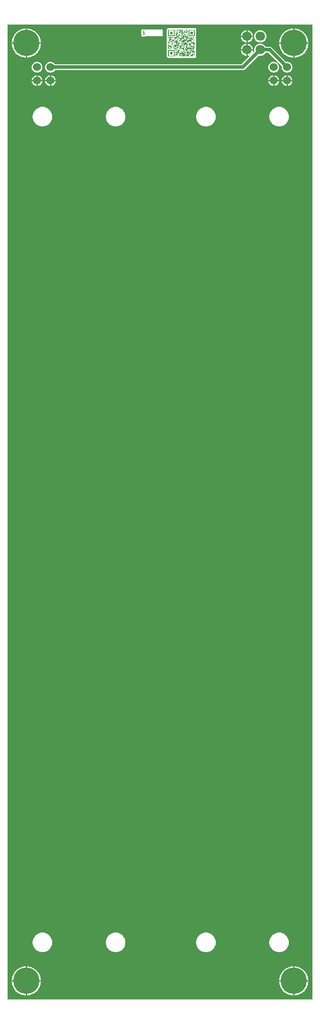
<source format=gtl>
G04 Layer: TopLayer*
G04 EasyEDA v6.5.29, 2023-07-09 11:22:14*
G04 34a5644dc25c44e99f5b06bf355c49f1,5a6b42c53f6a479593ecc07194224c93,10*
G04 Gerber Generator version 0.2*
G04 Scale: 100 percent, Rotated: No, Reflected: No *
G04 Dimensions in millimeters *
G04 leading zeros omitted , absolute positions ,4 integer and 5 decimal *
%FSLAX45Y45*%
%MOMM*%

%ADD10C,0.1524*%
%ADD11C,0.6350*%
%ADD12C,5.0000*%
%ADD13C,1.5240*%
%ADD14C,1.8000*%
%ADD15C,0.0118*%

%LPD*%
G36*
X36068Y25908D02*
G01*
X32156Y26670D01*
X28905Y28905D01*
X26670Y32156D01*
X25908Y36068D01*
X25908Y18505881D01*
X26670Y18509792D01*
X28905Y18513094D01*
X32156Y18515279D01*
X36068Y18516041D01*
X2555240Y18516041D01*
X2559151Y18515279D01*
X2562402Y18513094D01*
X2564638Y18509792D01*
X2565400Y18505881D01*
X2566162Y18509792D01*
X2568397Y18513094D01*
X2571648Y18515279D01*
X2575560Y18516041D01*
X3050540Y18516041D01*
X3054451Y18515279D01*
X3057702Y18513094D01*
X3059938Y18509792D01*
X3060700Y18505881D01*
X3061462Y18509792D01*
X3063697Y18513094D01*
X3066948Y18515279D01*
X3070860Y18516041D01*
X5805932Y18516041D01*
X5809792Y18515279D01*
X5813094Y18513094D01*
X5815330Y18509792D01*
X5816092Y18505881D01*
X5816092Y36068D01*
X5815330Y32156D01*
X5813094Y28905D01*
X5809792Y26670D01*
X5805932Y25908D01*
G37*

%LPC*%
G36*
X587603Y17601742D02*
G01*
X601167Y17603114D01*
X614426Y17606264D01*
X627126Y17611140D01*
X639114Y17617694D01*
X650087Y17625822D01*
X659892Y17635270D01*
X668324Y17645989D01*
X675284Y17657724D01*
X680618Y17670272D01*
X684225Y17683429D01*
X686054Y17696942D01*
X686054Y17710607D01*
X684225Y17724120D01*
X680618Y17737226D01*
X675284Y17749824D01*
X668324Y17761559D01*
X659892Y17772227D01*
X650087Y17781727D01*
X639114Y17789804D01*
X627126Y17796357D01*
X614426Y17801285D01*
X601167Y17804434D01*
X587603Y17805806D01*
X573938Y17805349D01*
X560527Y17803063D01*
X547471Y17799050D01*
X535127Y17793309D01*
X523646Y17785943D01*
X513232Y17777155D01*
X504088Y17767046D01*
X496366Y17755768D01*
X490220Y17743627D01*
X485698Y17730724D01*
X483006Y17717363D01*
X482092Y17703749D01*
X483006Y17690134D01*
X485698Y17676774D01*
X490220Y17663922D01*
X496366Y17651730D01*
X504088Y17640503D01*
X513232Y17630394D01*
X523646Y17621554D01*
X535127Y17614239D01*
X547471Y17608499D01*
X560527Y17604435D01*
X573938Y17602200D01*
G37*
G36*
X393700Y105511D02*
G01*
X398322Y105613D01*
X421284Y108000D01*
X443992Y112369D01*
X466242Y118567D01*
X487883Y126644D01*
X508812Y136448D01*
X528828Y148031D01*
X547776Y161188D01*
X565607Y175920D01*
X582117Y192074D01*
X597204Y209600D01*
X610768Y228295D01*
X622757Y248056D01*
X633018Y268732D01*
X641553Y290220D01*
X648208Y312369D01*
X653034Y334975D01*
X655929Y357886D01*
X656336Y368249D01*
X393700Y368249D01*
G37*
G36*
X5448300Y105562D02*
G01*
X5448300Y368249D01*
X5185410Y368249D01*
X5187238Y346405D01*
X5191099Y323596D01*
X5196840Y301244D01*
X5204460Y279400D01*
X5213858Y258267D01*
X5224983Y238048D01*
X5237784Y218795D01*
X5252110Y200710D01*
X5267960Y183845D01*
X5285130Y168402D01*
X5303520Y154432D01*
X5323027Y142036D01*
X5343499Y131318D01*
X5364835Y122377D01*
X5386781Y115214D01*
X5409285Y109931D01*
X5432145Y106578D01*
G37*
G36*
X368300Y105562D02*
G01*
X368300Y368249D01*
X105410Y368249D01*
X107238Y346405D01*
X111099Y323596D01*
X116839Y301244D01*
X124460Y279400D01*
X133858Y258267D01*
X144983Y238048D01*
X157784Y218795D01*
X172110Y200710D01*
X187960Y183845D01*
X205130Y168402D01*
X223520Y154432D01*
X243027Y142036D01*
X263499Y131318D01*
X284835Y122377D01*
X306781Y115214D01*
X329285Y109931D01*
X352145Y106578D01*
G37*
G36*
X393700Y393649D02*
G01*
X656336Y393649D01*
X655929Y404063D01*
X653034Y426974D01*
X648208Y449580D01*
X641553Y471678D01*
X633018Y493166D01*
X622757Y513892D01*
X610768Y533654D01*
X597204Y552348D01*
X582117Y569823D01*
X565607Y585978D01*
X547776Y600710D01*
X528828Y613918D01*
X508812Y625449D01*
X487883Y635304D01*
X466242Y643382D01*
X443992Y649579D01*
X421284Y653897D01*
X398322Y656336D01*
X393700Y656437D01*
G37*
G36*
X5473700Y393649D02*
G01*
X5736336Y393649D01*
X5735929Y404063D01*
X5733034Y426974D01*
X5728208Y449580D01*
X5721553Y471678D01*
X5713018Y493166D01*
X5702757Y513892D01*
X5690768Y533654D01*
X5677204Y552348D01*
X5662117Y569823D01*
X5645607Y585978D01*
X5627776Y600710D01*
X5608828Y613918D01*
X5588812Y625449D01*
X5567883Y635304D01*
X5546242Y643382D01*
X5523992Y649579D01*
X5501284Y653897D01*
X5478322Y656336D01*
X5473700Y656437D01*
G37*
G36*
X5185410Y393649D02*
G01*
X5448300Y393649D01*
X5448300Y656386D01*
X5432145Y655370D01*
X5409285Y651967D01*
X5386781Y646684D01*
X5364835Y639572D01*
X5343499Y630580D01*
X5323027Y619912D01*
X5303520Y607517D01*
X5285130Y593547D01*
X5267960Y578104D01*
X5252110Y561238D01*
X5237784Y543153D01*
X5224983Y523900D01*
X5213858Y503631D01*
X5204460Y482549D01*
X5196840Y460705D01*
X5191099Y438302D01*
X5187238Y415543D01*
G37*
G36*
X105410Y393649D02*
G01*
X368300Y393649D01*
X368300Y656386D01*
X352145Y655370D01*
X329285Y651967D01*
X306781Y646684D01*
X284835Y639572D01*
X263499Y630580D01*
X243027Y619912D01*
X223520Y607517D01*
X205130Y593547D01*
X187960Y578104D01*
X172110Y561238D01*
X157784Y543153D01*
X144983Y523900D01*
X133858Y503631D01*
X124460Y482549D01*
X116839Y460705D01*
X111099Y438302D01*
X107238Y415543D01*
G37*
G36*
X3784193Y925779D02*
G01*
X3803040Y925779D01*
X3821785Y927658D01*
X3840226Y931468D01*
X3858158Y937107D01*
X3875481Y944524D01*
X3891940Y953668D01*
X3907383Y964437D01*
X3921709Y976680D01*
X3934663Y990346D01*
X3946194Y1005230D01*
X3956151Y1021232D01*
X3964432Y1038098D01*
X3970985Y1055776D01*
X3975709Y1074013D01*
X3978554Y1092606D01*
X3979519Y1111402D01*
X3978554Y1130249D01*
X3975709Y1148842D01*
X3970985Y1167079D01*
X3964432Y1184757D01*
X3956151Y1201623D01*
X3946194Y1217625D01*
X3934663Y1232509D01*
X3921709Y1246174D01*
X3907383Y1258417D01*
X3891940Y1269187D01*
X3875481Y1278331D01*
X3858158Y1285748D01*
X3840226Y1291386D01*
X3821785Y1295196D01*
X3803040Y1297076D01*
X3784193Y1297076D01*
X3765448Y1295196D01*
X3747008Y1291386D01*
X3729075Y1285748D01*
X3711752Y1278331D01*
X3695293Y1269187D01*
X3679850Y1258417D01*
X3665524Y1246174D01*
X3652570Y1232509D01*
X3641039Y1217625D01*
X3631082Y1201623D01*
X3622801Y1184757D01*
X3616248Y1167079D01*
X3611524Y1148842D01*
X3608679Y1130249D01*
X3607714Y1111402D01*
X3608679Y1092606D01*
X3611524Y1074013D01*
X3616248Y1055776D01*
X3622801Y1038098D01*
X3631082Y1021232D01*
X3641039Y1005230D01*
X3652570Y990346D01*
X3665524Y976680D01*
X3679850Y964437D01*
X3695293Y953668D01*
X3711752Y944524D01*
X3729075Y937107D01*
X3747008Y931468D01*
X3765448Y927658D01*
G37*
G36*
X5174183Y925779D02*
G01*
X5193030Y925779D01*
X5211775Y927658D01*
X5230215Y931468D01*
X5248148Y937107D01*
X5265470Y944524D01*
X5281930Y953668D01*
X5297373Y964437D01*
X5311698Y976680D01*
X5324652Y990346D01*
X5336184Y1005230D01*
X5346141Y1021232D01*
X5354421Y1038098D01*
X5360974Y1055776D01*
X5365699Y1074013D01*
X5368544Y1092606D01*
X5369509Y1111402D01*
X5368544Y1130249D01*
X5365699Y1148842D01*
X5360974Y1167079D01*
X5354421Y1184757D01*
X5346141Y1201623D01*
X5336184Y1217625D01*
X5324652Y1232509D01*
X5311698Y1246174D01*
X5297373Y1258417D01*
X5281930Y1269187D01*
X5265470Y1278331D01*
X5248148Y1285748D01*
X5230215Y1291386D01*
X5211775Y1295196D01*
X5193030Y1297076D01*
X5174183Y1297076D01*
X5155438Y1295196D01*
X5136997Y1291386D01*
X5119065Y1285748D01*
X5101742Y1278331D01*
X5085283Y1269187D01*
X5069840Y1258417D01*
X5055514Y1246174D01*
X5042560Y1232509D01*
X5031028Y1217625D01*
X5021072Y1201623D01*
X5012791Y1184757D01*
X5006238Y1167079D01*
X5001514Y1148842D01*
X4998669Y1130249D01*
X4997704Y1111402D01*
X4998669Y1092606D01*
X5001514Y1074013D01*
X5006238Y1055776D01*
X5012791Y1038098D01*
X5021072Y1021232D01*
X5031028Y1005230D01*
X5042560Y990346D01*
X5055514Y976680D01*
X5069840Y964437D01*
X5085283Y953668D01*
X5101742Y944524D01*
X5119065Y937107D01*
X5136997Y931468D01*
X5155438Y927658D01*
G37*
G36*
X2068372Y925779D02*
G01*
X2087219Y925779D01*
X2105964Y927658D01*
X2124405Y931468D01*
X2142337Y937107D01*
X2159660Y944524D01*
X2176119Y953668D01*
X2191562Y964437D01*
X2205888Y976680D01*
X2218842Y990346D01*
X2230374Y1005230D01*
X2240330Y1021232D01*
X2248611Y1038098D01*
X2255164Y1055776D01*
X2259888Y1074013D01*
X2262733Y1092606D01*
X2263698Y1111402D01*
X2262733Y1130249D01*
X2259888Y1148842D01*
X2255164Y1167079D01*
X2248611Y1184757D01*
X2240330Y1201623D01*
X2230374Y1217625D01*
X2218842Y1232509D01*
X2205888Y1246174D01*
X2191562Y1258417D01*
X2176119Y1269187D01*
X2159660Y1278331D01*
X2142337Y1285748D01*
X2124405Y1291386D01*
X2105964Y1295196D01*
X2087219Y1297076D01*
X2068372Y1297076D01*
X2049627Y1295196D01*
X2031187Y1291386D01*
X2013254Y1285748D01*
X1995932Y1278331D01*
X1979472Y1269187D01*
X1964029Y1258417D01*
X1949704Y1246174D01*
X1936750Y1232509D01*
X1925218Y1217625D01*
X1915261Y1201623D01*
X1906981Y1184757D01*
X1900428Y1167079D01*
X1895703Y1148842D01*
X1892858Y1130249D01*
X1891893Y1111402D01*
X1892858Y1092606D01*
X1895703Y1074013D01*
X1900428Y1055776D01*
X1906981Y1038098D01*
X1915261Y1021232D01*
X1925218Y1005230D01*
X1936750Y990346D01*
X1949704Y976680D01*
X1964029Y964437D01*
X1979472Y953668D01*
X1995932Y944524D01*
X2013254Y937107D01*
X2031187Y931468D01*
X2049627Y927658D01*
G37*
G36*
X678383Y925779D02*
G01*
X697230Y925779D01*
X715975Y927658D01*
X734415Y931468D01*
X752348Y937107D01*
X769670Y944524D01*
X786130Y953668D01*
X801573Y964437D01*
X815898Y976680D01*
X828852Y990346D01*
X840384Y1005230D01*
X850341Y1021232D01*
X858621Y1038098D01*
X865174Y1055776D01*
X869899Y1074013D01*
X872744Y1092606D01*
X873709Y1111402D01*
X872744Y1130249D01*
X869899Y1148842D01*
X865174Y1167079D01*
X858621Y1184757D01*
X850341Y1201623D01*
X840384Y1217625D01*
X828852Y1232509D01*
X815898Y1246174D01*
X801573Y1258417D01*
X786130Y1269187D01*
X769670Y1278331D01*
X752348Y1285748D01*
X734415Y1291386D01*
X715975Y1295196D01*
X697230Y1297076D01*
X678383Y1297076D01*
X659638Y1295196D01*
X641197Y1291386D01*
X623265Y1285748D01*
X605942Y1278331D01*
X589483Y1269187D01*
X574040Y1258417D01*
X559714Y1246174D01*
X546760Y1232509D01*
X535228Y1217625D01*
X525272Y1201623D01*
X516991Y1184757D01*
X510438Y1167079D01*
X505714Y1148842D01*
X502869Y1130249D01*
X501904Y1111402D01*
X502869Y1092606D01*
X505714Y1074013D01*
X510438Y1055776D01*
X516991Y1038098D01*
X525272Y1021232D01*
X535228Y1005230D01*
X546760Y990346D01*
X559714Y976680D01*
X574040Y964437D01*
X589483Y953668D01*
X605942Y944524D01*
X623265Y937107D01*
X641197Y931468D01*
X659638Y927658D01*
G37*
G36*
X3784193Y16580713D02*
G01*
X3803040Y16580713D01*
X3821785Y16582644D01*
X3840226Y16586403D01*
X3858158Y16592042D01*
X3875481Y16599509D01*
X3891940Y16608653D01*
X3907383Y16619372D01*
X3921709Y16631666D01*
X3934663Y16645280D01*
X3946194Y16660215D01*
X3956151Y16676166D01*
X3964432Y16693083D01*
X3970985Y16710761D01*
X3975709Y16728948D01*
X3978554Y16747591D01*
X3979519Y16766387D01*
X3978554Y16785183D01*
X3975709Y16803827D01*
X3970985Y16822013D01*
X3964432Y16839692D01*
X3956151Y16856608D01*
X3946194Y16872559D01*
X3934663Y16887494D01*
X3921709Y16901109D01*
X3907383Y16913402D01*
X3891940Y16924121D01*
X3875481Y16933265D01*
X3858158Y16940733D01*
X3840226Y16946372D01*
X3821785Y16950131D01*
X3803040Y16952061D01*
X3784193Y16952061D01*
X3765448Y16950131D01*
X3747008Y16946372D01*
X3729075Y16940733D01*
X3711752Y16933265D01*
X3695293Y16924121D01*
X3679850Y16913402D01*
X3665524Y16901109D01*
X3652570Y16887494D01*
X3641039Y16872559D01*
X3631082Y16856608D01*
X3622801Y16839692D01*
X3616248Y16822013D01*
X3611524Y16803827D01*
X3608679Y16785183D01*
X3607714Y16766387D01*
X3608679Y16747591D01*
X3611524Y16728948D01*
X3616248Y16710761D01*
X3622801Y16693083D01*
X3631082Y16676166D01*
X3641039Y16660215D01*
X3652570Y16645280D01*
X3665524Y16631666D01*
X3679850Y16619372D01*
X3695293Y16608653D01*
X3711752Y16599509D01*
X3729075Y16592042D01*
X3747008Y16586403D01*
X3765448Y16582644D01*
G37*
G36*
X5174183Y16580713D02*
G01*
X5193030Y16580713D01*
X5211775Y16582644D01*
X5230215Y16586403D01*
X5248148Y16592042D01*
X5265470Y16599509D01*
X5281930Y16608653D01*
X5297373Y16619372D01*
X5311698Y16631666D01*
X5324652Y16645280D01*
X5336184Y16660215D01*
X5346141Y16676166D01*
X5354421Y16693083D01*
X5360974Y16710761D01*
X5365699Y16728948D01*
X5368544Y16747591D01*
X5369509Y16766387D01*
X5368544Y16785183D01*
X5365699Y16803827D01*
X5360974Y16822013D01*
X5354421Y16839692D01*
X5346141Y16856608D01*
X5336184Y16872559D01*
X5324652Y16887494D01*
X5311698Y16901109D01*
X5297373Y16913402D01*
X5281930Y16924121D01*
X5265470Y16933265D01*
X5248148Y16940733D01*
X5230215Y16946372D01*
X5211775Y16950131D01*
X5193030Y16952061D01*
X5174183Y16952061D01*
X5155438Y16950131D01*
X5136997Y16946372D01*
X5119065Y16940733D01*
X5101742Y16933265D01*
X5085283Y16924121D01*
X5069840Y16913402D01*
X5055514Y16901109D01*
X5042560Y16887494D01*
X5031028Y16872559D01*
X5021072Y16856608D01*
X5012791Y16839692D01*
X5006238Y16822013D01*
X5001514Y16803827D01*
X4998669Y16785183D01*
X4997704Y16766387D01*
X4998669Y16747591D01*
X5001514Y16728948D01*
X5006238Y16710761D01*
X5012791Y16693083D01*
X5021072Y16676166D01*
X5031028Y16660215D01*
X5042560Y16645280D01*
X5055514Y16631666D01*
X5069840Y16619372D01*
X5085283Y16608653D01*
X5101742Y16599509D01*
X5119065Y16592042D01*
X5136997Y16586403D01*
X5155438Y16582644D01*
G37*
G36*
X2068372Y16580713D02*
G01*
X2087219Y16580713D01*
X2105964Y16582644D01*
X2124405Y16586403D01*
X2142337Y16592042D01*
X2159660Y16599509D01*
X2176119Y16608653D01*
X2191562Y16619372D01*
X2205888Y16631666D01*
X2218842Y16645280D01*
X2230374Y16660215D01*
X2240330Y16676166D01*
X2248611Y16693083D01*
X2255164Y16710761D01*
X2259888Y16728948D01*
X2262733Y16747591D01*
X2263698Y16766387D01*
X2262733Y16785183D01*
X2259888Y16803827D01*
X2255164Y16822013D01*
X2248611Y16839692D01*
X2240330Y16856608D01*
X2230374Y16872559D01*
X2218842Y16887494D01*
X2205888Y16901109D01*
X2191562Y16913402D01*
X2176119Y16924121D01*
X2159660Y16933265D01*
X2142337Y16940733D01*
X2124405Y16946372D01*
X2105964Y16950131D01*
X2087219Y16952061D01*
X2068372Y16952061D01*
X2049627Y16950131D01*
X2031187Y16946372D01*
X2013254Y16940733D01*
X1995932Y16933265D01*
X1979472Y16924121D01*
X1964029Y16913402D01*
X1949704Y16901109D01*
X1936750Y16887494D01*
X1925218Y16872559D01*
X1915261Y16856608D01*
X1906981Y16839692D01*
X1900428Y16822013D01*
X1895703Y16803827D01*
X1892858Y16785183D01*
X1891893Y16766387D01*
X1892858Y16747591D01*
X1895703Y16728948D01*
X1900428Y16710761D01*
X1906981Y16693083D01*
X1915261Y16676166D01*
X1925218Y16660215D01*
X1936750Y16645280D01*
X1949704Y16631666D01*
X1964029Y16619372D01*
X1979472Y16608653D01*
X1995932Y16599509D01*
X2013254Y16592042D01*
X2031187Y16586403D01*
X2049627Y16582644D01*
G37*
G36*
X678383Y16580713D02*
G01*
X697230Y16580713D01*
X715975Y16582644D01*
X734415Y16586403D01*
X752348Y16592042D01*
X769670Y16599509D01*
X786130Y16608653D01*
X801573Y16619372D01*
X815898Y16631666D01*
X828852Y16645280D01*
X840384Y16660215D01*
X850341Y16676166D01*
X858621Y16693083D01*
X865174Y16710761D01*
X869899Y16728948D01*
X872744Y16747591D01*
X873709Y16766387D01*
X872744Y16785183D01*
X869899Y16803827D01*
X865174Y16822013D01*
X858621Y16839692D01*
X850341Y16856608D01*
X840384Y16872559D01*
X828852Y16887494D01*
X815898Y16901109D01*
X801573Y16913402D01*
X786130Y16924121D01*
X769670Y16933265D01*
X752348Y16940733D01*
X734415Y16946372D01*
X715975Y16950131D01*
X697230Y16952061D01*
X678383Y16952061D01*
X659638Y16950131D01*
X641197Y16946372D01*
X623265Y16940733D01*
X605942Y16933265D01*
X589483Y16924121D01*
X574040Y16913402D01*
X559714Y16901109D01*
X546760Y16887494D01*
X535228Y16872559D01*
X525272Y16856608D01*
X516991Y16839692D01*
X510438Y16822013D01*
X505714Y16803827D01*
X502869Y16785183D01*
X501904Y16766387D01*
X502869Y16747591D01*
X505714Y16728948D01*
X510438Y16710761D01*
X516991Y16693083D01*
X525272Y16676166D01*
X535228Y16660215D01*
X546760Y16645280D01*
X559714Y16631666D01*
X574040Y16619372D01*
X589483Y16608653D01*
X605942Y16599509D01*
X623265Y16592042D01*
X641197Y16586403D01*
X659638Y16582644D01*
G37*
G36*
X825500Y17348606D02*
G01*
X825500Y17437049D01*
X736955Y17437049D01*
X739698Y17422774D01*
X744220Y17409922D01*
X750366Y17397730D01*
X758088Y17386503D01*
X767232Y17376394D01*
X777646Y17367554D01*
X789127Y17360239D01*
X801471Y17354499D01*
X814527Y17350435D01*
G37*
G36*
X571500Y17348606D02*
G01*
X571500Y17437049D01*
X482955Y17437049D01*
X485698Y17422774D01*
X490220Y17409922D01*
X496366Y17397730D01*
X504088Y17386503D01*
X513232Y17376394D01*
X523646Y17367554D01*
X535127Y17360239D01*
X547471Y17354499D01*
X560527Y17350435D01*
G37*
G36*
X5067300Y17348606D02*
G01*
X5067300Y17437049D01*
X4978755Y17437049D01*
X4981498Y17422774D01*
X4986020Y17409922D01*
X4992166Y17397730D01*
X4999888Y17386503D01*
X5009032Y17376394D01*
X5019446Y17367554D01*
X5030927Y17360239D01*
X5043271Y17354499D01*
X5056327Y17350435D01*
G37*
G36*
X5321300Y17348606D02*
G01*
X5321300Y17437049D01*
X5232755Y17437049D01*
X5235498Y17422774D01*
X5240020Y17409922D01*
X5246166Y17397730D01*
X5253888Y17386503D01*
X5263032Y17376394D01*
X5273446Y17367554D01*
X5284927Y17360239D01*
X5297271Y17354499D01*
X5310327Y17350435D01*
G37*
G36*
X596900Y17348657D02*
G01*
X601167Y17349114D01*
X614426Y17352264D01*
X627126Y17357140D01*
X639114Y17363694D01*
X650087Y17371822D01*
X659892Y17381270D01*
X668324Y17391989D01*
X675284Y17403724D01*
X680618Y17416272D01*
X684225Y17429429D01*
X685241Y17437049D01*
X596900Y17437049D01*
G37*
G36*
X850900Y17348657D02*
G01*
X855167Y17349114D01*
X868426Y17352264D01*
X881126Y17357140D01*
X893114Y17363694D01*
X904087Y17371822D01*
X913892Y17381270D01*
X922324Y17391989D01*
X929284Y17403724D01*
X934618Y17416272D01*
X938225Y17429429D01*
X939241Y17437049D01*
X850900Y17437049D01*
G37*
G36*
X5092700Y17348657D02*
G01*
X5096967Y17349114D01*
X5110226Y17352264D01*
X5122926Y17357140D01*
X5134914Y17363694D01*
X5145887Y17371822D01*
X5155692Y17381270D01*
X5164124Y17391989D01*
X5171084Y17403724D01*
X5176418Y17416272D01*
X5180025Y17429429D01*
X5181041Y17437049D01*
X5092700Y17437049D01*
G37*
G36*
X5346700Y17348657D02*
G01*
X5350967Y17349114D01*
X5364226Y17352264D01*
X5376926Y17357140D01*
X5388914Y17363694D01*
X5399887Y17371822D01*
X5409692Y17381270D01*
X5418124Y17391989D01*
X5425084Y17403724D01*
X5430418Y17416272D01*
X5434025Y17429429D01*
X5435041Y17437049D01*
X5346700Y17437049D01*
G37*
G36*
X850900Y17462449D02*
G01*
X939241Y17462449D01*
X938225Y17470120D01*
X934618Y17483226D01*
X929284Y17495824D01*
X922324Y17507559D01*
X913892Y17518227D01*
X904087Y17527727D01*
X893114Y17535804D01*
X881126Y17542357D01*
X868426Y17547285D01*
X855167Y17550434D01*
X850900Y17550841D01*
G37*
G36*
X596900Y17462449D02*
G01*
X685241Y17462449D01*
X684225Y17470120D01*
X680618Y17483226D01*
X675284Y17495824D01*
X668324Y17507559D01*
X659892Y17518227D01*
X650087Y17527727D01*
X639114Y17535804D01*
X627126Y17542357D01*
X614426Y17547285D01*
X601167Y17550434D01*
X596900Y17550841D01*
G37*
G36*
X5346700Y17462449D02*
G01*
X5435041Y17462449D01*
X5434025Y17470120D01*
X5430418Y17483226D01*
X5425084Y17495824D01*
X5418124Y17507559D01*
X5409692Y17518227D01*
X5399887Y17527727D01*
X5388914Y17535804D01*
X5376926Y17542357D01*
X5364226Y17547285D01*
X5350967Y17550434D01*
X5346700Y17550841D01*
G37*
G36*
X5092700Y17462449D02*
G01*
X5181041Y17462449D01*
X5180025Y17470120D01*
X5176418Y17483226D01*
X5171084Y17495824D01*
X5164124Y17507559D01*
X5155692Y17518227D01*
X5145887Y17527727D01*
X5134914Y17535804D01*
X5122926Y17542357D01*
X5110226Y17547285D01*
X5096967Y17550434D01*
X5092700Y17550841D01*
G37*
G36*
X482955Y17462449D02*
G01*
X571500Y17462449D01*
X571500Y17550942D01*
X560527Y17549063D01*
X547471Y17545050D01*
X535127Y17539309D01*
X523646Y17531943D01*
X513232Y17523155D01*
X504088Y17513046D01*
X496366Y17501768D01*
X490220Y17489627D01*
X485698Y17476724D01*
G37*
G36*
X736955Y17462449D02*
G01*
X825500Y17462449D01*
X825500Y17550942D01*
X814527Y17549063D01*
X801471Y17545050D01*
X789127Y17539309D01*
X777646Y17531943D01*
X767232Y17523155D01*
X758088Y17513046D01*
X750366Y17501768D01*
X744220Y17489627D01*
X739698Y17476724D01*
G37*
G36*
X4978755Y17462449D02*
G01*
X5067300Y17462449D01*
X5067300Y17550942D01*
X5056327Y17549063D01*
X5043271Y17545050D01*
X5030927Y17539309D01*
X5019446Y17531943D01*
X5009032Y17523155D01*
X4999888Y17513046D01*
X4992166Y17501768D01*
X4986020Y17489627D01*
X4981498Y17476724D01*
G37*
G36*
X5232755Y17462449D02*
G01*
X5321300Y17462449D01*
X5321300Y17550942D01*
X5310327Y17549063D01*
X5297271Y17545050D01*
X5284927Y17539309D01*
X5273446Y17531943D01*
X5263032Y17523155D01*
X5253888Y17513046D01*
X5246166Y17501768D01*
X5240020Y17489627D01*
X5235498Y17476724D01*
G37*
G36*
X5473700Y105511D02*
G01*
X5478322Y105613D01*
X5501284Y108000D01*
X5523992Y112369D01*
X5546242Y118567D01*
X5567883Y126644D01*
X5588812Y136448D01*
X5608828Y148031D01*
X5627776Y161188D01*
X5645607Y175920D01*
X5662117Y192074D01*
X5677204Y209600D01*
X5690768Y228295D01*
X5702757Y248056D01*
X5713018Y268732D01*
X5721553Y290220D01*
X5728208Y312369D01*
X5733034Y334975D01*
X5735929Y357886D01*
X5736336Y368249D01*
X5473700Y368249D01*
G37*
G36*
X5083403Y17601742D02*
G01*
X5096967Y17603114D01*
X5110226Y17606264D01*
X5122926Y17611140D01*
X5134914Y17617694D01*
X5145887Y17625822D01*
X5155692Y17635270D01*
X5164124Y17645989D01*
X5171084Y17657724D01*
X5176418Y17670272D01*
X5180025Y17683429D01*
X5181854Y17696942D01*
X5181854Y17710607D01*
X5180025Y17724120D01*
X5176418Y17737226D01*
X5171084Y17749824D01*
X5164124Y17761559D01*
X5156860Y17770754D01*
X5154980Y17774666D01*
X5154879Y17779034D01*
X5154422Y17779796D01*
X5150104Y17779746D01*
X5146192Y17781524D01*
X5134914Y17789804D01*
X5122926Y17796357D01*
X5110226Y17801285D01*
X5096967Y17804434D01*
X5083403Y17805806D01*
X5069738Y17805349D01*
X5056327Y17803063D01*
X5043271Y17799050D01*
X5030927Y17793309D01*
X5019446Y17785943D01*
X5009032Y17777155D01*
X4999888Y17767046D01*
X4992166Y17755768D01*
X4986020Y17743627D01*
X4981498Y17730724D01*
X4978806Y17717363D01*
X4977892Y17703749D01*
X4978806Y17690134D01*
X4981498Y17676774D01*
X4986020Y17663922D01*
X4992166Y17651730D01*
X4999888Y17640503D01*
X5009032Y17630394D01*
X5019446Y17621554D01*
X5030927Y17614239D01*
X5043271Y17608499D01*
X5056327Y17604435D01*
X5069738Y17602200D01*
G37*
G36*
X841603Y17601742D02*
G01*
X855167Y17603114D01*
X868426Y17606264D01*
X881126Y17611140D01*
X893114Y17617694D01*
X904087Y17625822D01*
X913892Y17635270D01*
X919378Y17642230D01*
X921613Y17644313D01*
X924356Y17645684D01*
X927353Y17646091D01*
X4495393Y17646091D01*
X4505299Y17646954D01*
X4514494Y17649291D01*
X4523232Y17653101D01*
X4531258Y17658384D01*
X4536795Y17663210D01*
X4791760Y17918226D01*
X4794605Y17920208D01*
X4798009Y17921122D01*
X4801463Y17920868D01*
X4804308Y17920157D01*
X4818735Y17918328D01*
X4833264Y17918328D01*
X4847691Y17920157D01*
X4861814Y17923764D01*
X4875326Y17929098D01*
X4888077Y17936108D01*
X4899863Y17944693D01*
X4910480Y17954650D01*
X4919776Y17965877D01*
X4923434Y17971617D01*
X4925669Y17974157D01*
X4928666Y17975783D01*
X4932019Y17976342D01*
X4975707Y17976342D01*
X4979619Y17975580D01*
X4982870Y17973344D01*
X5159400Y17796865D01*
X5161686Y17793258D01*
X5162346Y17788991D01*
X5161584Y17786451D01*
X5164023Y17787162D01*
X5168341Y17786604D01*
X5171998Y17784216D01*
X5229961Y17726304D01*
X5232298Y17722646D01*
X5232908Y17718379D01*
X5231892Y17703749D01*
X5232806Y17690134D01*
X5235498Y17676774D01*
X5240020Y17663922D01*
X5246166Y17651730D01*
X5253888Y17640503D01*
X5263032Y17630394D01*
X5273446Y17621554D01*
X5284927Y17614239D01*
X5297271Y17608499D01*
X5310327Y17604435D01*
X5323738Y17602200D01*
X5337403Y17601742D01*
X5350967Y17603114D01*
X5364226Y17606264D01*
X5376926Y17611140D01*
X5388914Y17617694D01*
X5399887Y17625822D01*
X5409692Y17635270D01*
X5418124Y17645989D01*
X5425084Y17657724D01*
X5430418Y17670272D01*
X5434025Y17683429D01*
X5435854Y17696942D01*
X5435854Y17710607D01*
X5434025Y17724120D01*
X5430418Y17737226D01*
X5425084Y17749824D01*
X5418124Y17761559D01*
X5409692Y17772227D01*
X5399887Y17781727D01*
X5388914Y17789804D01*
X5376926Y17796357D01*
X5364226Y17801285D01*
X5350967Y17804434D01*
X5337403Y17805806D01*
X5323738Y17805349D01*
X5320588Y17804790D01*
X5317388Y17804790D01*
X5314289Y17805755D01*
X5311698Y17807635D01*
X5044846Y18074487D01*
X5037277Y18080888D01*
X5029098Y18085765D01*
X5020259Y18089219D01*
X5010810Y18091200D01*
X5003495Y18091658D01*
X4931968Y18091658D01*
X4928616Y18092216D01*
X4925669Y18093842D01*
X4923383Y18096382D01*
X4919776Y18102072D01*
X4910480Y18113298D01*
X4899863Y18123255D01*
X4888077Y18131840D01*
X4875326Y18138851D01*
X4861814Y18144185D01*
X4847691Y18147792D01*
X4833264Y18149620D01*
X4818735Y18149620D01*
X4804308Y18147792D01*
X4790186Y18144185D01*
X4776673Y18138851D01*
X4763922Y18131840D01*
X4752136Y18123255D01*
X4741519Y18113298D01*
X4732223Y18102072D01*
X4724450Y18089829D01*
X4718253Y18076621D01*
X4713732Y18062803D01*
X4711039Y18048478D01*
X4710125Y18033949D01*
X4711039Y18019471D01*
X4713071Y18008854D01*
X4713122Y18005552D01*
X4712157Y18002453D01*
X4710226Y17999760D01*
X4699050Y17988584D01*
X4695291Y17986197D01*
X4690821Y17985638D01*
X4686554Y17987111D01*
X4683353Y17990210D01*
X4681829Y17994426D01*
X4682236Y17998897D01*
X4684268Y18005145D01*
X4686960Y18019471D01*
X4687112Y18021249D01*
X4584700Y18021249D01*
X4584700Y17918988D01*
X4593691Y17920157D01*
X4607407Y17923662D01*
X4611776Y17923814D01*
X4615789Y17922087D01*
X4618736Y17918836D01*
X4620056Y17914670D01*
X4619447Y17910302D01*
X4617110Y17906644D01*
X4474870Y17764404D01*
X4471619Y17762220D01*
X4467707Y17761407D01*
X927353Y17761407D01*
X924356Y17761864D01*
X921613Y17763236D01*
X919378Y17765318D01*
X913892Y17772227D01*
X904087Y17781727D01*
X893114Y17789804D01*
X881126Y17796357D01*
X868426Y17801285D01*
X855167Y17804434D01*
X841603Y17805806D01*
X827938Y17805349D01*
X814527Y17803063D01*
X801471Y17799050D01*
X789127Y17793309D01*
X777646Y17785943D01*
X767232Y17777155D01*
X758088Y17767046D01*
X750366Y17755768D01*
X744220Y17743627D01*
X739698Y17730724D01*
X737006Y17717363D01*
X736092Y17703749D01*
X737006Y17690134D01*
X739698Y17676774D01*
X744220Y17663922D01*
X750366Y17651730D01*
X758088Y17640503D01*
X767232Y17630394D01*
X777646Y17621554D01*
X789127Y17614239D01*
X801471Y17608499D01*
X814527Y17604435D01*
X827938Y17602200D01*
G37*
G36*
X4584700Y18300649D02*
G01*
X4687112Y18300649D01*
X4686960Y18302478D01*
X4684268Y18316803D01*
X4679746Y18330621D01*
X4673549Y18343829D01*
X4665776Y18356072D01*
X4656480Y18367298D01*
X4645863Y18377255D01*
X4634077Y18385840D01*
X4621326Y18392851D01*
X4607814Y18398185D01*
X4593691Y18401792D01*
X4584700Y18402960D01*
G37*
G36*
X4456887Y18300649D02*
G01*
X4559300Y18300649D01*
X4559300Y18402960D01*
X4550308Y18401792D01*
X4536186Y18398185D01*
X4522673Y18392851D01*
X4509922Y18385840D01*
X4498136Y18377255D01*
X4487519Y18367298D01*
X4478223Y18356072D01*
X4470450Y18343829D01*
X4464253Y18330621D01*
X4459732Y18316803D01*
X4457039Y18302478D01*
G37*
G36*
X2596438Y18283631D02*
G01*
X2626563Y18283631D01*
X2632862Y18284393D01*
X2641142Y18287593D01*
X2643936Y18287949D01*
X2970784Y18287949D01*
X2971800Y18288965D01*
X2971800Y18413984D01*
X2970784Y18414949D01*
X2639822Y18414949D01*
X2636469Y18415558D01*
X2632862Y18416778D01*
X2626563Y18417489D01*
X2596438Y18417489D01*
X2590139Y18416778D01*
X2586532Y18415558D01*
X2583180Y18414949D01*
X2575560Y18414949D01*
X2571648Y18415762D01*
X2568397Y18417946D01*
X2566162Y18421248D01*
X2565400Y18425109D01*
X2565400Y18288965D01*
X2566416Y18287949D01*
X2579065Y18287949D01*
X2581859Y18287593D01*
X2584653Y18286272D01*
X2590139Y18284393D01*
G37*
G36*
X5185410Y18173649D02*
G01*
X5448300Y18173649D01*
X5448300Y18436386D01*
X5432145Y18435370D01*
X5409285Y18431967D01*
X5386781Y18426734D01*
X5364835Y18419572D01*
X5343499Y18410631D01*
X5323027Y18399912D01*
X5303520Y18387517D01*
X5285130Y18373547D01*
X5267960Y18358104D01*
X5252110Y18341238D01*
X5237784Y18323153D01*
X5224983Y18303900D01*
X5213858Y18283631D01*
X5204460Y18262549D01*
X5196840Y18240705D01*
X5191099Y18218302D01*
X5187238Y18195544D01*
G37*
G36*
X105410Y18173649D02*
G01*
X368300Y18173649D01*
X368300Y18436386D01*
X352145Y18435370D01*
X329285Y18431967D01*
X306781Y18426734D01*
X284835Y18419572D01*
X263499Y18410631D01*
X243027Y18399912D01*
X223520Y18387517D01*
X205130Y18373547D01*
X187960Y18358104D01*
X172110Y18341238D01*
X157784Y18323153D01*
X144983Y18303900D01*
X133858Y18283631D01*
X124460Y18262549D01*
X116839Y18240705D01*
X111099Y18218302D01*
X107238Y18195544D01*
G37*
G36*
X3076905Y17881041D02*
G01*
X3583787Y17881041D01*
X3590086Y17881752D01*
X3595573Y17883682D01*
X3600450Y17886730D01*
X3604564Y17890845D01*
X3607612Y17895722D01*
X3609543Y17901208D01*
X3610254Y17907508D01*
X3610254Y18414390D01*
X3609543Y18420740D01*
X3607358Y18426938D01*
X3606800Y18430290D01*
X3606800Y18439384D01*
X3605784Y18440349D01*
X3587648Y18440450D01*
X3583787Y18440857D01*
X3076803Y18440857D01*
X3071774Y18440400D01*
X3067608Y18440908D01*
X3064002Y18443041D01*
X3061563Y18446445D01*
X3060700Y18450509D01*
X3060700Y18439841D01*
X3059938Y18435980D01*
X3057702Y18432678D01*
X3056128Y18431052D01*
X3053080Y18426176D01*
X3051149Y18420740D01*
X3050438Y18414390D01*
X3050438Y17907508D01*
X3051149Y17901208D01*
X3053080Y17895722D01*
X3056128Y17890845D01*
X3060242Y17886730D01*
X3065119Y17883682D01*
X3070606Y17881752D01*
G37*
G36*
X5473700Y17885511D02*
G01*
X5478322Y17885613D01*
X5501284Y17888000D01*
X5523992Y17892369D01*
X5546242Y17898567D01*
X5567883Y17906644D01*
X5588812Y17916448D01*
X5608828Y17928031D01*
X5627776Y17941188D01*
X5645607Y17955920D01*
X5662117Y17972125D01*
X5677204Y17989600D01*
X5690819Y18008295D01*
X5702757Y18028056D01*
X5713018Y18048732D01*
X5721553Y18070220D01*
X5728208Y18092369D01*
X5733034Y18114975D01*
X5735929Y18137886D01*
X5736336Y18148249D01*
X5473700Y18148249D01*
G37*
G36*
X393700Y17885511D02*
G01*
X398322Y17885613D01*
X421284Y17888000D01*
X443992Y17892369D01*
X466242Y17898567D01*
X487883Y17906644D01*
X508812Y17916448D01*
X528828Y17928031D01*
X547776Y17941188D01*
X565607Y17955920D01*
X582117Y17972125D01*
X597204Y17989600D01*
X610819Y18008295D01*
X622757Y18028056D01*
X633018Y18048732D01*
X641553Y18070220D01*
X648208Y18092369D01*
X653034Y18114975D01*
X655929Y18137886D01*
X656336Y18148249D01*
X393700Y18148249D01*
G37*
G36*
X5448300Y17885562D02*
G01*
X5448300Y18148249D01*
X5185410Y18148249D01*
X5187238Y18126405D01*
X5191099Y18103596D01*
X5196840Y18081244D01*
X5204460Y18059400D01*
X5213858Y18038267D01*
X5224983Y18018048D01*
X5237784Y17998795D01*
X5252110Y17980710D01*
X5267960Y17963845D01*
X5285130Y17948402D01*
X5303520Y17934432D01*
X5323027Y17922036D01*
X5343499Y17911318D01*
X5364835Y17902377D01*
X5386781Y17895214D01*
X5409285Y17889931D01*
X5432145Y17886578D01*
G37*
G36*
X368300Y17885562D02*
G01*
X368300Y18148249D01*
X105410Y18148249D01*
X107238Y18126405D01*
X111099Y18103596D01*
X116839Y18081244D01*
X124460Y18059400D01*
X133858Y18038267D01*
X144983Y18018048D01*
X157784Y17998795D01*
X172110Y17980710D01*
X187960Y17963845D01*
X205130Y17948402D01*
X223520Y17934432D01*
X243027Y17922036D01*
X263499Y17911318D01*
X284835Y17902377D01*
X306781Y17895214D01*
X329285Y17889931D01*
X352145Y17886578D01*
G37*
G36*
X393700Y18173649D02*
G01*
X656336Y18173649D01*
X655929Y18184063D01*
X653034Y18206974D01*
X648208Y18229580D01*
X641553Y18251728D01*
X633018Y18273217D01*
X622757Y18293892D01*
X610819Y18313654D01*
X597204Y18332348D01*
X582117Y18349823D01*
X565607Y18366028D01*
X547827Y18380760D01*
X528828Y18393918D01*
X508812Y18405500D01*
X487934Y18415304D01*
X466242Y18423382D01*
X443992Y18429579D01*
X421284Y18433897D01*
X398322Y18436336D01*
X393700Y18436437D01*
G37*
G36*
X4559300Y17918988D02*
G01*
X4559300Y18021249D01*
X4456887Y18021249D01*
X4457039Y18019471D01*
X4459732Y18005145D01*
X4464253Y17991328D01*
X4470450Y17978120D01*
X4478223Y17965877D01*
X4487519Y17954650D01*
X4498136Y17944693D01*
X4509922Y17936108D01*
X4522673Y17929098D01*
X4536186Y17923764D01*
X4550308Y17920157D01*
G37*
G36*
X5473700Y18173649D02*
G01*
X5736336Y18173649D01*
X5735929Y18184063D01*
X5733034Y18206974D01*
X5728208Y18229580D01*
X5721553Y18251728D01*
X5713018Y18273217D01*
X5702757Y18293892D01*
X5690819Y18313654D01*
X5677204Y18332348D01*
X5662117Y18349823D01*
X5645607Y18366028D01*
X5627827Y18380760D01*
X5608828Y18393918D01*
X5588812Y18405500D01*
X5567934Y18415304D01*
X5546242Y18423382D01*
X5523992Y18429579D01*
X5501284Y18433897D01*
X5478322Y18436336D01*
X5473700Y18436437D01*
G37*
G36*
X4584700Y18172988D02*
G01*
X4593691Y18174157D01*
X4607814Y18177764D01*
X4621326Y18183098D01*
X4634077Y18190108D01*
X4645863Y18198693D01*
X4656480Y18208650D01*
X4665776Y18219877D01*
X4673549Y18232120D01*
X4679746Y18245328D01*
X4684268Y18259145D01*
X4686960Y18273471D01*
X4687112Y18275249D01*
X4584700Y18275249D01*
G37*
G36*
X4456887Y18046649D02*
G01*
X4559300Y18046649D01*
X4559300Y18148960D01*
X4550308Y18147792D01*
X4536186Y18144185D01*
X4522673Y18138851D01*
X4509922Y18131840D01*
X4498136Y18123255D01*
X4487519Y18113298D01*
X4478223Y18102072D01*
X4470450Y18089829D01*
X4464253Y18076621D01*
X4459732Y18062803D01*
X4457039Y18048478D01*
G37*
G36*
X4584700Y18046649D02*
G01*
X4687112Y18046649D01*
X4686960Y18048478D01*
X4684268Y18062803D01*
X4679746Y18076621D01*
X4673549Y18089829D01*
X4665776Y18102072D01*
X4656480Y18113298D01*
X4645863Y18123255D01*
X4634077Y18131840D01*
X4621326Y18138851D01*
X4607814Y18144185D01*
X4593691Y18147792D01*
X4584700Y18148960D01*
G37*
G36*
X4818735Y18172328D02*
G01*
X4833264Y18172328D01*
X4847691Y18174157D01*
X4861814Y18177764D01*
X4875326Y18183098D01*
X4888077Y18190108D01*
X4899863Y18198693D01*
X4910480Y18208650D01*
X4919776Y18219877D01*
X4927549Y18232120D01*
X4933746Y18245328D01*
X4938268Y18259145D01*
X4940960Y18273471D01*
X4941874Y18287949D01*
X4940960Y18302478D01*
X4938268Y18316803D01*
X4933746Y18330621D01*
X4927549Y18343829D01*
X4919776Y18356072D01*
X4910480Y18367298D01*
X4899863Y18377255D01*
X4888077Y18385840D01*
X4875326Y18392851D01*
X4861814Y18398185D01*
X4847691Y18401792D01*
X4833264Y18403620D01*
X4818735Y18403620D01*
X4804308Y18401792D01*
X4790186Y18398185D01*
X4776673Y18392851D01*
X4763922Y18385840D01*
X4752136Y18377255D01*
X4741519Y18367298D01*
X4732223Y18356072D01*
X4724450Y18343829D01*
X4718253Y18330621D01*
X4713732Y18316803D01*
X4711039Y18302478D01*
X4710125Y18287949D01*
X4711039Y18273471D01*
X4713732Y18259145D01*
X4718253Y18245328D01*
X4724450Y18232120D01*
X4732223Y18219877D01*
X4741519Y18208650D01*
X4752136Y18198693D01*
X4763922Y18190108D01*
X4776673Y18183098D01*
X4790186Y18177764D01*
X4804308Y18174157D01*
G37*
G36*
X4559300Y18172988D02*
G01*
X4559300Y18275249D01*
X4456887Y18275249D01*
X4457039Y18273471D01*
X4459732Y18259145D01*
X4464253Y18245328D01*
X4470450Y18232120D01*
X4478223Y18219877D01*
X4487519Y18208650D01*
X4498136Y18198693D01*
X4509922Y18190108D01*
X4522673Y18183098D01*
X4536186Y18177764D01*
X4550308Y18174157D01*
G37*

%LPD*%
G36*
X3251200Y18414949D02*
G01*
X3251200Y18380100D01*
X3267760Y18380100D01*
X3267760Y18414949D01*
G37*
G36*
X3286150Y18414949D02*
G01*
X3286150Y18396610D01*
X3302762Y18396610D01*
X3302762Y18380100D01*
X3339541Y18380100D01*
X3339541Y18363590D01*
X3321151Y18363590D01*
X3321151Y18380100D01*
X3286150Y18380100D01*
X3286150Y18345302D01*
X3302762Y18345302D01*
X3302762Y18363590D01*
X3321151Y18363590D01*
X3321151Y18345302D01*
X3339541Y18345302D01*
X3339541Y18310453D01*
X3356101Y18310453D01*
X3356101Y18275604D01*
X3339541Y18275604D01*
X3339541Y18310453D01*
X3321151Y18310453D01*
X3321151Y18275604D01*
X3339541Y18275604D01*
X3339541Y18257266D01*
X3286150Y18257266D01*
X3286150Y18292114D01*
X3302762Y18292114D01*
X3302762Y18326912D01*
X3267760Y18326912D01*
X3267760Y18310453D01*
X3286150Y18310453D01*
X3286150Y18292114D01*
X3267760Y18292114D01*
X3267760Y18310453D01*
X3251200Y18310453D01*
X3251200Y18345302D01*
X3267760Y18345302D01*
X3267760Y18363590D01*
X3216249Y18363590D01*
X3216249Y18345302D01*
X3234639Y18345302D01*
X3234639Y18326912D01*
X3216249Y18326912D01*
X3216249Y18310453D01*
X3251200Y18310453D01*
X3251200Y18292114D01*
X3234639Y18292114D01*
X3234639Y18310453D01*
X3216249Y18310453D01*
X3216249Y18292114D01*
X3234639Y18292114D01*
X3234639Y18275604D01*
X3181248Y18275604D01*
X3181248Y18257266D01*
X3197809Y18257266D01*
X3197809Y18240756D01*
X3181248Y18240756D01*
X3181248Y18222417D01*
X3144469Y18222417D01*
X3144469Y18240756D01*
X3127908Y18240756D01*
X3127908Y18257266D01*
X3162858Y18257266D01*
X3162858Y18275604D01*
X3076346Y18275604D01*
X3076346Y18257266D01*
X3109468Y18257266D01*
X3109468Y18240756D01*
X3092907Y18240756D01*
X3092907Y18222417D01*
X3144469Y18222417D01*
X3144469Y18205907D01*
X3181248Y18205907D01*
X3181248Y18222417D01*
X3197809Y18222417D01*
X3197809Y18240756D01*
X3234639Y18240756D01*
X3234639Y18257266D01*
X3251200Y18257266D01*
X3251200Y18275604D01*
X3267760Y18275604D01*
X3267760Y18257266D01*
X3286150Y18257266D01*
X3286150Y18240756D01*
X3302762Y18240756D01*
X3302762Y18222417D01*
X3286150Y18222417D01*
X3286150Y18187568D01*
X3302762Y18187568D01*
X3302762Y18205907D01*
X3321151Y18205907D01*
X3321151Y18222417D01*
X3339541Y18222417D01*
X3339541Y18240756D01*
X3374542Y18240756D01*
X3374542Y18275604D01*
X3391103Y18275604D01*
X3391103Y18257266D01*
X3409492Y18257266D01*
X3409492Y18275604D01*
X3426053Y18275604D01*
X3426053Y18257266D01*
X3409492Y18257266D01*
X3409492Y18222417D01*
X3391103Y18222417D01*
X3391103Y18240756D01*
X3374542Y18240756D01*
X3374542Y18222417D01*
X3356101Y18222417D01*
X3356101Y18205907D01*
X3321151Y18205907D01*
X3321151Y18187568D01*
X3339541Y18187568D01*
X3339541Y18152719D01*
X3356101Y18152719D01*
X3356101Y18169229D01*
X3374542Y18169229D01*
X3374542Y18187568D01*
X3409492Y18187568D01*
X3409492Y18205907D01*
X3426053Y18205907D01*
X3426053Y18169229D01*
X3461054Y18169229D01*
X3461054Y18187568D01*
X3514394Y18187568D01*
X3514394Y18152719D01*
X3461054Y18152719D01*
X3461054Y18134380D01*
X3479444Y18134380D01*
X3479444Y18099532D01*
X3514394Y18099532D01*
X3514394Y18083022D01*
X3549396Y18083022D01*
X3549396Y18064683D01*
X3514394Y18064683D01*
X3514394Y18083022D01*
X3426053Y18083022D01*
X3426053Y18099532D01*
X3444443Y18099532D01*
X3444443Y18152719D01*
X3426053Y18152719D01*
X3426053Y18169229D01*
X3374542Y18169229D01*
X3374542Y18152719D01*
X3356101Y18152719D01*
X3356101Y18134380D01*
X3374542Y18134380D01*
X3374542Y18116042D01*
X3391103Y18116042D01*
X3391103Y18134380D01*
X3426053Y18134380D01*
X3426053Y18116042D01*
X3409492Y18116042D01*
X3409492Y18064683D01*
X3426053Y18064683D01*
X3426053Y18046344D01*
X3549396Y18046344D01*
X3549396Y18029834D01*
X3514394Y18029834D01*
X3514394Y18046344D01*
X3497834Y18046344D01*
X3497834Y17993156D01*
X3444443Y17993156D01*
X3444443Y18046344D01*
X3409492Y18046344D01*
X3409492Y18064683D01*
X3391103Y18064683D01*
X3391103Y18029834D01*
X3409492Y18029834D01*
X3409492Y18011495D01*
X3426053Y18011495D01*
X3426053Y17976646D01*
X3479444Y17976646D01*
X3479444Y17960136D01*
X3461054Y17960136D01*
X3461054Y17976646D01*
X3426053Y17976646D01*
X3426053Y17960136D01*
X3444443Y17960136D01*
X3444443Y17941798D01*
X3426053Y17941798D01*
X3426053Y17925288D01*
X3409492Y17925288D01*
X3409492Y17941798D01*
X3391103Y17941798D01*
X3391103Y17960136D01*
X3374542Y17960136D01*
X3374542Y17976646D01*
X3356101Y17976646D01*
X3356101Y17993156D01*
X3374542Y17993156D01*
X3374542Y18011495D01*
X3391103Y18011495D01*
X3391103Y18029834D01*
X3374542Y18029834D01*
X3374542Y18083022D01*
X3356101Y18083022D01*
X3356101Y18064683D01*
X3321151Y18064683D01*
X3321151Y18083022D01*
X3339541Y18083022D01*
X3339541Y18116042D01*
X3286150Y18116042D01*
X3286150Y18152719D01*
X3302762Y18152719D01*
X3302762Y18169229D01*
X3251200Y18169229D01*
X3251200Y18187568D01*
X3267760Y18187568D01*
X3267760Y18205907D01*
X3234639Y18205907D01*
X3234639Y18222417D01*
X3216249Y18222417D01*
X3216249Y18187568D01*
X3197809Y18187568D01*
X3197809Y18205907D01*
X3162858Y18205907D01*
X3162858Y18187568D01*
X3144469Y18187568D01*
X3144469Y18205907D01*
X3127908Y18205907D01*
X3127908Y18222417D01*
X3092907Y18222417D01*
X3092907Y18187568D01*
X3076346Y18187568D01*
X3076346Y18152719D01*
X3109468Y18152719D01*
X3109468Y18169229D01*
X3092907Y18169229D01*
X3092907Y18187568D01*
X3109468Y18187568D01*
X3109468Y18205907D01*
X3127908Y18205907D01*
X3127908Y18169229D01*
X3162858Y18169229D01*
X3162858Y18187568D01*
X3197809Y18187568D01*
X3197809Y18169229D01*
X3181248Y18169229D01*
X3181248Y18152719D01*
X3197809Y18152719D01*
X3197809Y18169229D01*
X3216249Y18169229D01*
X3216249Y18152719D01*
X3267760Y18152719D01*
X3267760Y18134380D01*
X3251200Y18134380D01*
X3251200Y18152719D01*
X3234639Y18152719D01*
X3234639Y18134380D01*
X3181248Y18134380D01*
X3181248Y18116042D01*
X3197809Y18116042D01*
X3197809Y18099532D01*
X3181248Y18099532D01*
X3181248Y18116042D01*
X3162858Y18116042D01*
X3162858Y18099532D01*
X3181248Y18099532D01*
X3181248Y18083022D01*
X3162858Y18083022D01*
X3162858Y18064683D01*
X3181248Y18064683D01*
X3181248Y18083022D01*
X3234639Y18083022D01*
X3234639Y18116042D01*
X3251200Y18116042D01*
X3251200Y18083022D01*
X3234639Y18083022D01*
X3234639Y18064683D01*
X3181248Y18064683D01*
X3181248Y18046344D01*
X3216249Y18046344D01*
X3216249Y18011495D01*
X3234639Y18011495D01*
X3234639Y18064683D01*
X3267760Y18064683D01*
X3267760Y18116042D01*
X3286150Y18116042D01*
X3286150Y18099532D01*
X3302762Y18099532D01*
X3302762Y18083022D01*
X3286150Y18083022D01*
X3286150Y18046344D01*
X3302762Y18046344D01*
X3302762Y18064683D01*
X3321151Y18064683D01*
X3321151Y18046344D01*
X3356101Y18046344D01*
X3356101Y18029834D01*
X3374542Y18029834D01*
X3374542Y18011495D01*
X3356101Y18011495D01*
X3356101Y17993156D01*
X3339541Y17993156D01*
X3339541Y18011495D01*
X3321151Y18011495D01*
X3321151Y17993156D01*
X3339541Y17993156D01*
X3339541Y17976646D01*
X3286150Y17976646D01*
X3286150Y18011495D01*
X3302762Y18011495D01*
X3302762Y18029834D01*
X3267760Y18029834D01*
X3267760Y18046344D01*
X3251200Y18046344D01*
X3251200Y18029834D01*
X3267760Y18029834D01*
X3267760Y18011495D01*
X3251403Y18011495D01*
X3250285Y17994071D01*
X3216249Y17993004D01*
X3216249Y17976646D01*
X3251200Y17976646D01*
X3251200Y17960136D01*
X3234639Y17960136D01*
X3234639Y17976646D01*
X3216249Y17976646D01*
X3216249Y17906949D01*
X3234639Y17906949D01*
X3234639Y17941798D01*
X3267760Y17941798D01*
X3267760Y17976646D01*
X3286150Y17976646D01*
X3286150Y17960136D01*
X3302762Y17960136D01*
X3302762Y17941798D01*
X3286150Y17941798D01*
X3286150Y17906949D01*
X3302558Y17906949D01*
X3303676Y17924373D01*
X3321151Y17925491D01*
X3321151Y17941798D01*
X3356101Y17941798D01*
X3356101Y17925288D01*
X3321151Y17925288D01*
X3321151Y17906949D01*
X3391103Y17906949D01*
X3391103Y17925288D01*
X3409492Y17925288D01*
X3409492Y17906949D01*
X3479444Y17906949D01*
X3479444Y17925288D01*
X3461054Y17925288D01*
X3461054Y17941798D01*
X3497834Y17941798D01*
X3497834Y17976646D01*
X3514394Y17976646D01*
X3514394Y18011495D01*
X3530955Y18011495D01*
X3530955Y17976646D01*
X3584346Y17976646D01*
X3584346Y18011495D01*
X3549396Y18011495D01*
X3549396Y18029834D01*
X3567785Y18029834D01*
X3567785Y18064683D01*
X3584346Y18064683D01*
X3584346Y18083022D01*
X3567785Y18083022D01*
X3567785Y18099532D01*
X3584346Y18099532D01*
X3584346Y18116042D01*
X3549396Y18116042D01*
X3549396Y18099532D01*
X3530955Y18099532D01*
X3530955Y18116042D01*
X3497834Y18116042D01*
X3497834Y18134380D01*
X3514394Y18134380D01*
X3514394Y18152719D01*
X3549396Y18152719D01*
X3549396Y18134380D01*
X3584346Y18134380D01*
X3584346Y18169229D01*
X3567785Y18169229D01*
X3567785Y18187568D01*
X3549396Y18187568D01*
X3549396Y18169229D01*
X3530955Y18169229D01*
X3530955Y18187568D01*
X3514394Y18187568D01*
X3514394Y18205907D01*
X3530955Y18205907D01*
X3530955Y18222417D01*
X3549396Y18222417D01*
X3549396Y18240756D01*
X3567785Y18240756D01*
X3567785Y18275604D01*
X3549396Y18275604D01*
X3549396Y18240756D01*
X3530955Y18240756D01*
X3530955Y18275604D01*
X3514394Y18275604D01*
X3514394Y18257266D01*
X3497834Y18257266D01*
X3497834Y18275604D01*
X3479444Y18275604D01*
X3479444Y18240756D01*
X3514394Y18240756D01*
X3514394Y18222417D01*
X3497834Y18222417D01*
X3497834Y18240756D01*
X3479444Y18240756D01*
X3479444Y18222417D01*
X3444443Y18222417D01*
X3444443Y18205907D01*
X3426053Y18205907D01*
X3426053Y18240756D01*
X3461054Y18240756D01*
X3461054Y18275604D01*
X3444443Y18275604D01*
X3444443Y18310453D01*
X3426053Y18310453D01*
X3426053Y18292114D01*
X3409492Y18292114D01*
X3409492Y18310453D01*
X3391103Y18310453D01*
X3391103Y18326912D01*
X3409492Y18326912D01*
X3409492Y18345302D01*
X3391103Y18345302D01*
X3391103Y18326912D01*
X3374542Y18326912D01*
X3374542Y18310453D01*
X3391103Y18310453D01*
X3391103Y18292114D01*
X3374542Y18292114D01*
X3374542Y18310453D01*
X3356101Y18310453D01*
X3356101Y18345302D01*
X3374542Y18345302D01*
X3374542Y18363590D01*
X3444443Y18363590D01*
X3444443Y18396610D01*
X3426053Y18396610D01*
X3426053Y18414949D01*
X3409492Y18414949D01*
X3409492Y18396610D01*
X3426053Y18396610D01*
X3426053Y18380100D01*
X3391103Y18380100D01*
X3391103Y18396610D01*
X3374542Y18396610D01*
X3374542Y18363590D01*
X3356101Y18363590D01*
X3356101Y18414949D01*
X3339541Y18414949D01*
X3339541Y18396610D01*
X3321151Y18396610D01*
X3321151Y18414949D01*
G37*
G36*
X3076346Y18413120D02*
G01*
X3076346Y18398439D01*
X3181248Y18398439D01*
X3181248Y18308574D01*
X3092907Y18308574D01*
X3092907Y18398439D01*
X3076346Y18398439D01*
X3076346Y18293943D01*
X3197809Y18293943D01*
X3197809Y18413120D01*
G37*
G36*
X3462883Y18413120D02*
G01*
X3462883Y18398439D01*
X3567785Y18398439D01*
X3567785Y18308574D01*
X3477564Y18308574D01*
X3477564Y18398439D01*
X3462883Y18398439D01*
X3462883Y18293943D01*
X3584346Y18293943D01*
X3584346Y18413120D01*
G37*
G36*
X3216249Y18396610D02*
G01*
X3216249Y18380100D01*
X3234639Y18380100D01*
X3234639Y18396610D01*
G37*
G36*
X3111296Y18380100D02*
G01*
X3111296Y18328792D01*
X3161030Y18328792D01*
X3161030Y18380100D01*
G37*
G36*
X3497834Y18380100D02*
G01*
X3497834Y18328792D01*
X3547516Y18328792D01*
X3547516Y18380100D01*
G37*
G36*
X3426053Y18345302D02*
G01*
X3426053Y18326912D01*
X3444443Y18326912D01*
X3444443Y18345302D01*
G37*
G36*
X3251200Y18257266D02*
G01*
X3251200Y18222417D01*
X3267760Y18222417D01*
X3267760Y18257266D01*
G37*
G36*
X3567785Y18222417D02*
G01*
X3567785Y18205907D01*
X3584346Y18205907D01*
X3584346Y18222417D01*
G37*
G36*
X3144469Y18152719D02*
G01*
X3144469Y18134380D01*
X3162858Y18134380D01*
X3162858Y18152719D01*
G37*
G36*
X3321151Y18152719D02*
G01*
X3321151Y18134380D01*
X3339541Y18134380D01*
X3339541Y18116042D01*
X3356101Y18116042D01*
X3356101Y18099532D01*
X3374542Y18099532D01*
X3374542Y18083022D01*
X3391103Y18083022D01*
X3391103Y18099532D01*
X3374542Y18099532D01*
X3374542Y18116042D01*
X3356101Y18116042D01*
X3356101Y18134380D01*
X3339541Y18134380D01*
X3339541Y18152719D01*
G37*
G36*
X3076346Y18134380D02*
G01*
X3076346Y18046344D01*
X3092907Y18046344D01*
X3092907Y18099532D01*
X3109468Y18099532D01*
X3109468Y18083022D01*
X3127908Y18083022D01*
X3127908Y18064683D01*
X3109468Y18064683D01*
X3109468Y18046344D01*
X3127908Y18046344D01*
X3127908Y18064683D01*
X3144469Y18064683D01*
X3144469Y18116042D01*
X3092907Y18116042D01*
X3092907Y18134380D01*
G37*
G36*
X3461054Y18029834D02*
G01*
X3461054Y18011495D01*
X3479444Y18011495D01*
X3479444Y18029834D01*
G37*
G36*
X3076346Y18028005D02*
G01*
X3076346Y18013324D01*
X3181248Y18013324D01*
X3181248Y17923459D01*
X3092907Y17923459D01*
X3092907Y18013324D01*
X3076346Y18013324D01*
X3076346Y17908778D01*
X3197809Y17908778D01*
X3197809Y18028005D01*
G37*
G36*
X3111296Y17993156D02*
G01*
X3111296Y17943626D01*
X3161030Y17943626D01*
X3161030Y17993156D01*
G37*
G36*
X3374542Y17993156D02*
G01*
X3374542Y17976646D01*
X3391103Y17976646D01*
X3391103Y17960136D01*
X3409492Y17960136D01*
X3409492Y17941798D01*
X3426053Y17941798D01*
X3426053Y17960136D01*
X3409492Y17960136D01*
X3409492Y17993156D01*
G37*
G36*
X3530955Y17960136D02*
G01*
X3530955Y17941798D01*
X3514394Y17941798D01*
X3514394Y17925288D01*
X3497834Y17925288D01*
X3497834Y17906949D01*
X3549396Y17906949D01*
X3549396Y17941798D01*
X3567785Y17941798D01*
X3567785Y17925288D01*
X3584346Y17925288D01*
X3584346Y17941798D01*
X3567785Y17941798D01*
X3567785Y17960136D01*
G37*
D10*
X2603500Y18371286D02*
G01*
X2609850Y18374588D01*
X2619502Y18383986D01*
X2619502Y18317184D01*
D11*
X838200Y17703774D02*
G01*
X4495800Y17703774D01*
X4826000Y18033974D01*
X5334000Y17703800D02*
G01*
X5003800Y18034000D01*
X4826000Y18034000D01*
D12*
G01*
X381000Y18160974D03*
G01*
X381000Y380974D03*
G01*
X5461000Y380974D03*
G01*
X5461000Y18160974D03*
D13*
G01*
X584200Y17449774D03*
G01*
X584200Y17703774D03*
G01*
X838200Y17703774D03*
G01*
X838200Y17449774D03*
G01*
X5080000Y17449774D03*
G01*
X5080000Y17703774D03*
G01*
X5334000Y17703774D03*
G01*
X5334000Y17449774D03*
D14*
G01*
X4572000Y18287974D03*
G01*
X4572000Y18033974D03*
G01*
X4826000Y18033974D03*
G01*
X4826000Y18287974D03*
D12*
G01*
X5461000Y18160974D03*
G01*
X381000Y18160974D03*
M02*

</source>
